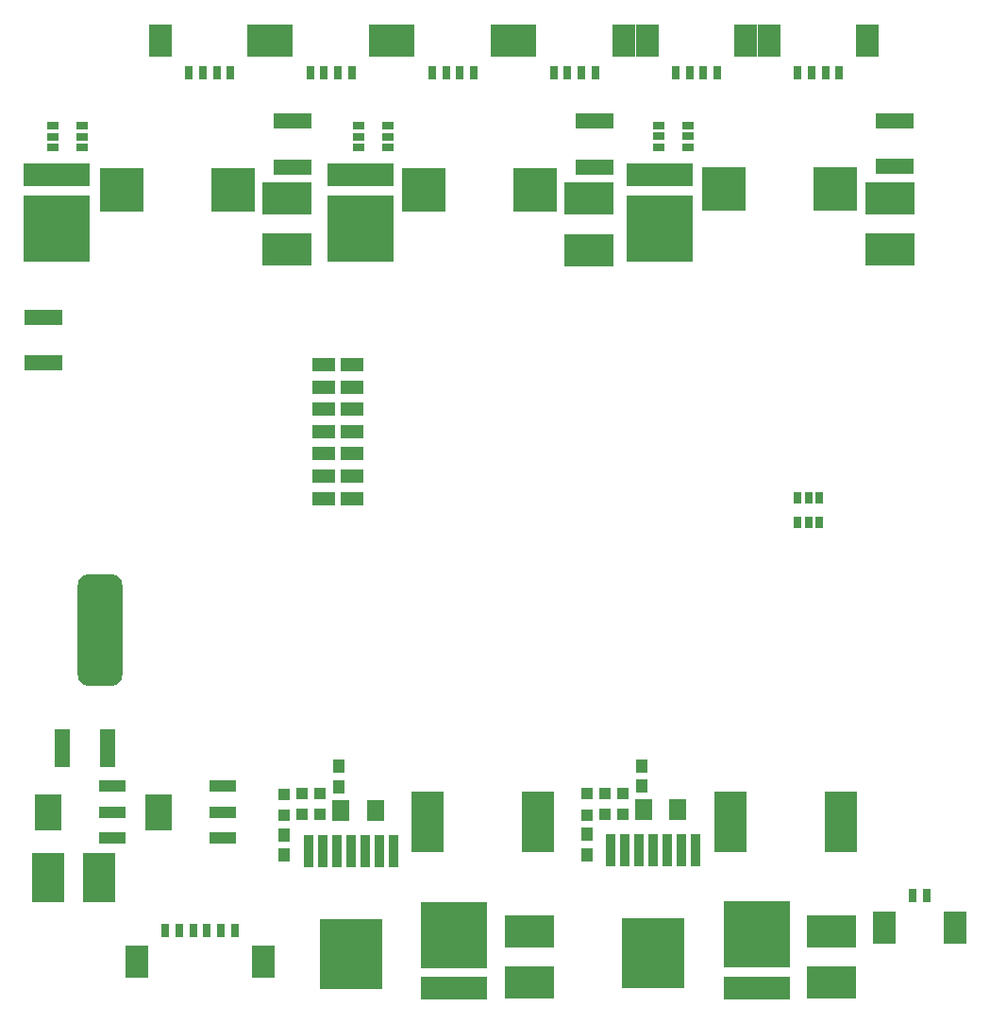
<source format=gtp>
%FSLAX44Y44*%
%MOMM*%
G71*
G01*
G75*
G04 Layer_Color=8421504*
%ADD10C,2.0000*%
%ADD11R,2.0000X1.2000*%
G04:AMPARAMS|DCode=12|XSize=4mm|YSize=10mm|CornerRadius=1mm|HoleSize=0mm|Usage=FLASHONLY|Rotation=0.000|XOffset=0mm|YOffset=0mm|HoleType=Round|Shape=RoundedRectangle|*
%AMROUNDEDRECTD12*
21,1,4.0000,8.0000,0,0,0.0*
21,1,2.0000,10.0000,0,0,0.0*
1,1,2.0000,1.0000,-4.0000*
1,1,2.0000,-1.0000,-4.0000*
1,1,2.0000,-1.0000,4.0000*
1,1,2.0000,1.0000,4.0000*
%
%ADD12ROUNDEDRECTD12*%
%ADD13R,2.1000X3.0000*%
%ADD14R,0.8000X1.3000*%
%ADD15R,3.0000X4.5000*%
%ADD16R,4.0000X4.0000*%
%ADD17R,3.5000X1.4000*%
%ADD18R,1.1000X1.1000*%
%ADD19R,5.6000X6.3500*%
%ADD20R,0.9100X3.0000*%
%ADD21R,4.5000X3.0000*%
%ADD22R,6.0000X2.0000*%
%ADD23R,6.0000X6.0000*%
%ADD24R,1.1000X1.2000*%
%ADD25R,1.0000X0.7000*%
%ADD26R,2.4000X1.0000*%
%ADD27R,2.4000X3.3000*%
%ADD28R,2.9000X5.4000*%
%ADD29R,1.4000X3.5000*%
%ADD30R,1.5000X1.9000*%
%ADD31R,0.6500X1.0500*%
%ADD32C,0.2000*%
%ADD33C,0.9000*%
%ADD34C,0.8000*%
%ADD35C,1.0000*%
%ADD36C,3.0000*%
%ADD37C,0.5000*%
%ADD38R,22.3500X3.2250*%
%ADD39R,20.3500X8.2500*%
%ADD40R,2.4250X1.3000*%
%ADD41R,2.0500X3.1250*%
%ADD42R,2.0500X3.4000*%
%ADD43R,2.0500X3.2750*%
%ADD44R,2.0500X3.8750*%
%ADD45R,2.0500X3.3750*%
%ADD46R,2.6500X3.9750*%
%ADD47R,2.0500X2.6500*%
%ADD48R,2.0750X1.9250*%
%ADD49R,2.5250X2.6750*%
%ADD50R,2.0500X2.4750*%
%ADD51R,2.0750X2.9750*%
%ADD52R,2.5750X2.6000*%
%ADD53R,2.0500X3.1500*%
%ADD54R,2.0500X3.1000*%
%ADD55R,3.9900X6.7000*%
%ADD56R,4.3240X3.9600*%
%ADD57R,4.5300X15.0600*%
%ADD58R,0.9250X1.1250*%
%ADD59R,4.5050X14.9600*%
%ADD60R,52.1900X2.9500*%
%ADD61R,4.5500X4.6000*%
%ADD62R,6.1000X8.1000*%
%ADD63R,2.4000X6.0670*%
%ADD64R,7.8000X3.9750*%
%ADD65R,10.8840X4.8000*%
%ADD66R,18.8000X1.0000*%
%ADD67R,1.6000X5.4000*%
%ADD68R,3.5000X11.1750*%
%ADD69R,3.8000X37.1000*%
%ADD70R,10.7750X4.8000*%
%ADD71R,2.4320X7.9440*%
%ADD72R,2.4000X2.8960*%
%ADD73R,1.9000X9.9750*%
%ADD74R,1.9750X10.1500*%
%ADD75R,1.0000X0.5750*%
%ADD76R,1.9750X6.4580*%
%ADD77R,3.4750X1.4000*%
%ADD78R,1.6750X2.9750*%
%ADD79R,2.4750X3.0000*%
%ADD80R,10.9000X15.4250*%
%ADD81C,4.0000*%
%ADD82C,1.5000*%
%ADD83R,1.5000X1.5000*%
%ADD84C,1.2000*%
%ADD85C,0.8000*%
%ADD86C,6.0000*%
%ADD87C,2.0000*%
%ADD88C,1.5000*%
%ADD89C,0.4000*%
%ADD90R,1.5250X3.8250*%
%ADD91R,6.0750X2.3000*%
%ADD92R,6.0000X2.2500*%
%ADD93R,5.3250X2.3250*%
%ADD94R,3.3750X30.3500*%
%ADD95R,3.9000X4.9750*%
%ADD96R,3.5250X0.9500*%
%ADD97R,2.6250X1.7750*%
%ADD98R,1.4500X2.4500*%
%ADD99R,2.4000X1.6250*%
%ADD100R,3.5250X0.8250*%
%ADD101R,2.6000X1.7250*%
%ADD102R,3.4250X0.7750*%
%ADD103R,2.4250X1.6250*%
%ADD104R,2.3750X1.3000*%
%ADD105C,5.8000*%
%ADD106C,1.0160*%
%ADD107O,2.0160X8.0160*%
%ADD108C,2.0160*%
%ADD109C,1.9160*%
%ADD110C,1.3160*%
%ADD111C,1.6160*%
%ADD112C,1.5160*%
%ADD113C,1.8160*%
%ADD114C,0.2540*%
%ADD115C,3.2160*%
%ADD116C,3.5160*%
%ADD117C,4.0160*%
%ADD118C,4.0000*%
%ADD119R,1.5250X3.8500*%
%ADD120R,3.9750X5.0250*%
%ADD121R,3.4250X30.3750*%
%ADD122R,6.0500X2.3250*%
%ADD123R,6.0250X2.3000*%
%ADD124R,5.3000X2.3000*%
%ADD125R,2.4500X1.2500*%
%ADD126R,2.4500X1.6500*%
%ADD127R,3.5500X0.8500*%
%ADD128R,2.4250X1.7250*%
%ADD129R,3.5250X1.0500*%
%ADD130R,3.4250X1.0750*%
%ADD131R,2.7000X1.7500*%
%ADD132R,1.5000X2.5250*%
%ADD133R,2.5250X1.6750*%
%ADD134R,3.6000X1.0000*%
%ADD135R,2.6750X1.7750*%
%ADD136R,2.5000X1.7250*%
%ADD137R,3.1000X1.5250*%
%ADD138C,0.2000*%
%ADD139R,0.7000X1.3000*%
%ADD140R,1.3000X0.7000*%
%ADD141R,1.8000X0.6000*%
%ADD142R,2.5000X1.0000*%
%ADD143O,0.6000X1.9500*%
%ADD144R,1.5000X1.6000*%
%ADD145R,1.2000X1.1000*%
%ADD146R,1.0000X1.4000*%
%ADD147R,1.4000X1.0000*%
%ADD148R,1.1000X1.1000*%
%ADD149R,0.6500X1.1000*%
%ADD150R,0.9000X0.6500*%
%ADD151R,1.1000X0.6500*%
%ADD152R,1.9000X1.5000*%
%ADD153R,1.0800X1.0500*%
%ADD154R,1.0000X1.1000*%
%ADD155R,0.6500X0.9000*%
%ADD156O,0.3000X1.8000*%
%ADD157O,1.8000X0.3000*%
%ADD158O,1.7000X0.3500*%
%ADD159R,1.0500X0.6500*%
%ADD160R,2.0000X6.0000*%
%ADD161R,6.0000X6.0000*%
%ADD162R,1.2000X1.4000*%
%ADD163R,0.6000X1.8000*%
%ADD164R,1.0500X1.0800*%
%ADD165C,0.6000*%
%ADD166R,1.0250X3.6500*%
%ADD167R,3.6250X0.6500*%
%ADD168R,1.5250X4.0500*%
%ADD169R,2.4750X4.2000*%
%ADD170R,2.4750X2.9000*%
%ADD171R,2.4750X2.8750*%
%ADD172R,4.7750X4.9500*%
%ADD173R,15.4900X3.0000*%
%ADD174R,3.9900X7.7900*%
%ADD175R,8.7000X3.0000*%
%ADD176R,0.6000X2.0600*%
%ADD177R,3.1900X1.5000*%
%ADD178R,3.2000X1.7100*%
%ADD179R,0.6100X3.1400*%
%ADD180R,2.4800X2.9900*%
%ADD181R,1.7500X1.4000*%
%ADD182R,1.4900X1.4000*%
%ADD183R,0.6000X1.8000*%
%ADD184R,0.6000X2.8900*%
%ADD185R,2.7000X1.8000*%
%ADD186R,32.0000X1.3000*%
%ADD187R,2.7000X3.6000*%
%ADD188R,2.7000X3.9000*%
%ADD189R,2.7000X2.7000*%
%ADD190R,2.7000X3.5000*%
%ADD191R,4.7000X1.9000*%
%ADD192R,2.7000X3.3000*%
%ADD193R,4.9000X2.7000*%
%ADD194R,7.1000X2.5000*%
%ADD195R,52.4000X2.9500*%
%ADD196R,3.1000X4.5000*%
%ADD197R,13.8000X1.3000*%
%ADD198R,1.7000X3.2000*%
%ADD199R,4.9000X1.5000*%
%ADD200R,1.3000X3.2000*%
%ADD201R,3.5000X3.9000*%
%ADD202R,4.6750X7.4250*%
%ADD203R,6.2500X7.6250*%
%ADD204R,4.6000X7.4500*%
%ADD205R,6.1250X7.5500*%
%ADD206R,4.6500X2.4000*%
%ADD207R,5.4000X2.4750*%
%ADD208R,2.2500X3.0000*%
%ADD209R,2.6500X3.0250*%
D11*
X230750Y529000D02*
D03*
X255750D02*
D03*
X230750Y509000D02*
D03*
X255750D02*
D03*
X230750Y489000D02*
D03*
X255750D02*
D03*
X230750Y469000D02*
D03*
X255750D02*
D03*
X230750Y449000D02*
D03*
X255750D02*
D03*
X230750Y429000D02*
D03*
X255750D02*
D03*
X230750Y409000D02*
D03*
X255750D02*
D03*
D12*
X29480Y290660D02*
D03*
D13*
X796890Y24620D02*
D03*
X733390D02*
D03*
X172110Y819080D02*
D03*
X83610D02*
D03*
X301860D02*
D03*
X390360D02*
D03*
X608859Y819080D02*
D03*
X520359D02*
D03*
X192610Y819080D02*
D03*
X281110D02*
D03*
X499360D02*
D03*
X410860D02*
D03*
X629860Y819130D02*
D03*
X718360D02*
D03*
X176390Y-6380D02*
D03*
X62890D02*
D03*
D14*
X771250Y53000D02*
D03*
X758750D02*
D03*
X146750Y790700D02*
D03*
X134250D02*
D03*
X121750D02*
D03*
X109250D02*
D03*
X327500D02*
D03*
X340000D02*
D03*
X352500D02*
D03*
X365000D02*
D03*
X583499Y790700D02*
D03*
X570999D02*
D03*
X558499D02*
D03*
X545999D02*
D03*
X218250Y790700D02*
D03*
X230750D02*
D03*
X243250D02*
D03*
X255750D02*
D03*
X474000D02*
D03*
X461500D02*
D03*
X449000D02*
D03*
X436500D02*
D03*
X655500Y790750D02*
D03*
X668000D02*
D03*
X680500D02*
D03*
X693000D02*
D03*
X150750Y22000D02*
D03*
X138250D02*
D03*
X88250D02*
D03*
X100750D02*
D03*
X113250D02*
D03*
X125750D02*
D03*
D15*
X-17000Y69000D02*
D03*
X29000D02*
D03*
D16*
X689560Y686090D02*
D03*
X589560D02*
D03*
X420220Y685860D02*
D03*
X320220D02*
D03*
X148740Y685880D02*
D03*
X48740D02*
D03*
D17*
X202090Y706330D02*
D03*
Y747330D02*
D03*
X473570Y747310D02*
D03*
Y706310D02*
D03*
X742910Y706540D02*
D03*
Y747540D02*
D03*
X-21000Y530500D02*
D03*
Y571500D02*
D03*
D18*
X466500Y144250D02*
D03*
Y125250D02*
D03*
X482600Y125900D02*
D03*
Y144900D02*
D03*
X498600Y125900D02*
D03*
Y144900D02*
D03*
X195000Y144000D02*
D03*
Y125000D02*
D03*
X211100Y125650D02*
D03*
Y144650D02*
D03*
X227100Y125650D02*
D03*
Y144650D02*
D03*
D19*
X526200Y1150D02*
D03*
X254700Y900D02*
D03*
D20*
X488100Y93400D02*
D03*
X500800D02*
D03*
X513500D02*
D03*
X526200D02*
D03*
X538900D02*
D03*
X551600D02*
D03*
X564300D02*
D03*
X216600Y93150D02*
D03*
X229300D02*
D03*
X242000D02*
D03*
X254700D02*
D03*
X267400D02*
D03*
X280100D02*
D03*
X292800D02*
D03*
D21*
X686200Y21100D02*
D03*
Y-24900D02*
D03*
X414700Y20850D02*
D03*
Y-25150D02*
D03*
X737910Y678040D02*
D03*
Y632040D02*
D03*
X468570Y677810D02*
D03*
Y631810D02*
D03*
X197090Y677830D02*
D03*
Y631830D02*
D03*
D22*
X619000Y-29900D02*
D03*
X347500Y-30150D02*
D03*
X-8910Y698830D02*
D03*
X263000Y699000D02*
D03*
X532000D02*
D03*
D23*
X619000Y18200D02*
D03*
X347500Y17950D02*
D03*
X-8910Y650730D02*
D03*
X263000Y650900D02*
D03*
X532000D02*
D03*
D24*
X466500Y89750D02*
D03*
Y107750D02*
D03*
X244000Y150750D02*
D03*
Y168750D02*
D03*
X195000Y89500D02*
D03*
Y107500D02*
D03*
X515500Y151000D02*
D03*
Y169000D02*
D03*
D25*
X557000Y724000D02*
D03*
Y733500D02*
D03*
Y743000D02*
D03*
X531000Y743000D02*
D03*
Y733500D02*
D03*
Y724000D02*
D03*
X287750Y723750D02*
D03*
Y733250D02*
D03*
Y742750D02*
D03*
X261750Y742750D02*
D03*
Y733250D02*
D03*
Y723750D02*
D03*
X13750Y723750D02*
D03*
Y733250D02*
D03*
Y742750D02*
D03*
X-12250Y742750D02*
D03*
Y733250D02*
D03*
Y723750D02*
D03*
D26*
X140000Y105000D02*
D03*
Y128000D02*
D03*
Y151000D02*
D03*
X41000Y105000D02*
D03*
Y128000D02*
D03*
Y151000D02*
D03*
D27*
X82000Y128000D02*
D03*
X-17000D02*
D03*
D28*
X422800Y119150D02*
D03*
X323800D02*
D03*
X694300Y119400D02*
D03*
X595300D02*
D03*
D29*
X-4500Y185000D02*
D03*
X36500D02*
D03*
D30*
X548000Y130000D02*
D03*
X517000D02*
D03*
X276500Y129750D02*
D03*
X245500D02*
D03*
D31*
X655750Y410000D02*
D03*
X665250D02*
D03*
X674750D02*
D03*
Y387500D02*
D03*
X665250D02*
D03*
X655750D02*
D03*
M02*

</source>
